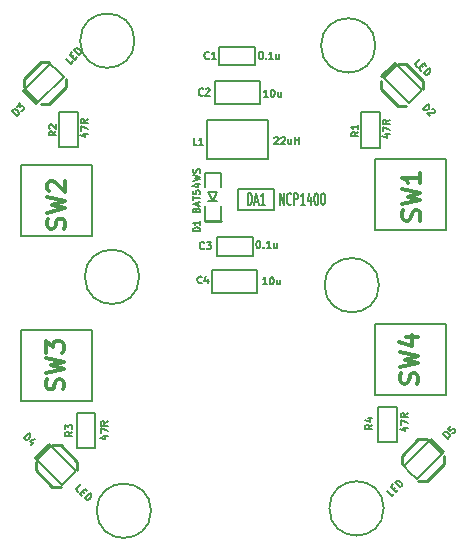
<source format=gto>
G04 (created by PCBNEW (2013-03-19 BZR 4004)-stable) date 29/05/2013 23:51:19*
%MOIN*%
G04 Gerber Fmt 3.4, Leading zero omitted, Abs format*
%FSLAX34Y34*%
G01*
G70*
G90*
G04 APERTURE LIST*
%ADD10C,0.006*%
%ADD11C,0.00590551*%
%ADD12C,0.005*%
%ADD13C,0.01*%
%ADD14C,0.0059*%
%ADD15C,0.012*%
G04 APERTURE END LIST*
G54D10*
G54D11*
X60314Y-48582D02*
X61811Y-48582D01*
X61811Y-48582D02*
X61811Y-49370D01*
X61811Y-49370D02*
X60314Y-49370D01*
X60314Y-49370D02*
X60314Y-48582D01*
G54D12*
X62375Y-45893D02*
X62375Y-46593D01*
X62375Y-46593D02*
X61175Y-46593D01*
X61175Y-46593D02*
X61175Y-45893D01*
X61175Y-45893D02*
X62375Y-45893D01*
G54D11*
X56102Y-53346D02*
X56417Y-53346D01*
X56417Y-53346D02*
X56417Y-54527D01*
X56417Y-54527D02*
X55787Y-54527D01*
X55787Y-54527D02*
X55787Y-53346D01*
X55787Y-53346D02*
X56102Y-53346D01*
X66141Y-53149D02*
X66456Y-53149D01*
X66456Y-53149D02*
X66456Y-54330D01*
X66456Y-54330D02*
X65826Y-54330D01*
X65826Y-54330D02*
X65826Y-53149D01*
X65826Y-53149D02*
X66141Y-53149D01*
X55511Y-44488D02*
X55196Y-44488D01*
X55196Y-44488D02*
X55196Y-43307D01*
X55196Y-43307D02*
X55826Y-43307D01*
X55826Y-43307D02*
X55826Y-44488D01*
X55826Y-44488D02*
X55511Y-44488D01*
X65581Y-44513D02*
X65266Y-44513D01*
X65266Y-44513D02*
X65266Y-43332D01*
X65266Y-43332D02*
X65896Y-43332D01*
X65896Y-43332D02*
X65896Y-44513D01*
X65896Y-44513D02*
X65581Y-44513D01*
X66020Y-42201D02*
X65978Y-42160D01*
X65978Y-42160D02*
X66424Y-41714D01*
X66424Y-41714D02*
X66466Y-41756D01*
X66466Y-41756D02*
X66396Y-41686D01*
X66396Y-41686D02*
X65951Y-42132D01*
X65951Y-42132D02*
X65978Y-42160D01*
X67078Y-42814D02*
X66855Y-43037D01*
X66855Y-43037D02*
X66020Y-42201D01*
X66020Y-42201D02*
X66466Y-41756D01*
X66466Y-41756D02*
X67301Y-42591D01*
X67301Y-42591D02*
X67050Y-42842D01*
X67524Y-54284D02*
X67566Y-54242D01*
X67566Y-54242D02*
X68011Y-54688D01*
X68011Y-54688D02*
X67969Y-54729D01*
X67969Y-54729D02*
X68039Y-54660D01*
X68039Y-54660D02*
X67593Y-54214D01*
X67593Y-54214D02*
X67566Y-54242D01*
X66911Y-55342D02*
X66689Y-55119D01*
X66689Y-55119D02*
X67524Y-54284D01*
X67524Y-54284D02*
X67969Y-54729D01*
X67969Y-54729D02*
X67134Y-55565D01*
X67134Y-55565D02*
X66884Y-55314D01*
X54481Y-54913D02*
X54439Y-54872D01*
X54439Y-54872D02*
X54885Y-54426D01*
X54885Y-54426D02*
X54927Y-54468D01*
X54927Y-54468D02*
X54857Y-54398D01*
X54857Y-54398D02*
X54412Y-54844D01*
X54412Y-54844D02*
X54439Y-54872D01*
X55539Y-55526D02*
X55316Y-55748D01*
X55316Y-55748D02*
X54481Y-54913D01*
X54481Y-54913D02*
X54927Y-54468D01*
X54927Y-54468D02*
X55762Y-55303D01*
X55762Y-55303D02*
X55511Y-55554D01*
X54517Y-42994D02*
X54475Y-43036D01*
X54475Y-43036D02*
X54030Y-42590D01*
X54030Y-42590D02*
X54072Y-42549D01*
X54072Y-42549D02*
X54002Y-42618D01*
X54002Y-42618D02*
X54448Y-43064D01*
X54448Y-43064D02*
X54475Y-43036D01*
X55130Y-41936D02*
X55352Y-42159D01*
X55352Y-42159D02*
X54517Y-42994D01*
X54517Y-42994D02*
X54072Y-42549D01*
X54072Y-42549D02*
X54907Y-41714D01*
X54907Y-41714D02*
X55158Y-41964D01*
G54D13*
X67462Y-55617D02*
X68019Y-55060D01*
X68019Y-55060D02*
X68019Y-54781D01*
X67183Y-55617D02*
X67462Y-55617D01*
X67462Y-54224D02*
X67183Y-54224D01*
X67183Y-54224D02*
X66626Y-54781D01*
X66626Y-54781D02*
X66626Y-55060D01*
X55814Y-54978D02*
X55257Y-54421D01*
X55257Y-54421D02*
X54978Y-54421D01*
X55814Y-55257D02*
X55814Y-54978D01*
X54421Y-54978D02*
X54421Y-55257D01*
X54421Y-55257D02*
X54978Y-55814D01*
X54978Y-55814D02*
X55257Y-55814D01*
X54589Y-41649D02*
X54031Y-42207D01*
X54031Y-42207D02*
X54031Y-42485D01*
X54867Y-41649D02*
X54589Y-41649D01*
X54589Y-43042D02*
X54867Y-43042D01*
X54867Y-43042D02*
X55424Y-42485D01*
X55424Y-42485D02*
X55424Y-42207D01*
X67321Y-42287D02*
X66764Y-41730D01*
X66764Y-41730D02*
X66485Y-41730D01*
X67321Y-42566D02*
X67321Y-42287D01*
X65928Y-42287D02*
X65928Y-42566D01*
X65928Y-42566D02*
X66485Y-43123D01*
X66485Y-43123D02*
X66764Y-43123D01*
G54D11*
X62165Y-44251D02*
X62165Y-44901D01*
X62165Y-44901D02*
X60118Y-44901D01*
X60118Y-44901D02*
X60118Y-43602D01*
X60118Y-43602D02*
X62165Y-43602D01*
X62165Y-43602D02*
X62165Y-44330D01*
G54D14*
X60484Y-46282D02*
X60184Y-46282D01*
X60334Y-45982D02*
X60184Y-45982D01*
X60184Y-45982D02*
X60334Y-46282D01*
X60334Y-46282D02*
X60484Y-45982D01*
X60484Y-45982D02*
X60334Y-45982D01*
G54D12*
X60058Y-46919D02*
X60058Y-46959D01*
G54D13*
X60058Y-46959D02*
X60610Y-46959D01*
G54D12*
X60610Y-46959D02*
X60610Y-46919D01*
X60058Y-46447D02*
X60058Y-46919D01*
X60610Y-46919D02*
X60610Y-46447D01*
X60058Y-45817D02*
X60058Y-45345D01*
X60058Y-45345D02*
X60610Y-45345D01*
X60610Y-45345D02*
X60610Y-45817D01*
G54D11*
X60551Y-41456D02*
X60551Y-41141D01*
X60551Y-41141D02*
X61732Y-41141D01*
X61732Y-41141D02*
X61732Y-41771D01*
X61732Y-41771D02*
X60551Y-41771D01*
X60551Y-41771D02*
X60551Y-41456D01*
X60472Y-47795D02*
X60472Y-47480D01*
X60472Y-47480D02*
X61653Y-47480D01*
X61653Y-47480D02*
X61653Y-48110D01*
X61653Y-48110D02*
X60472Y-48110D01*
X60472Y-48110D02*
X60472Y-47795D01*
G54D12*
X56299Y-47440D02*
X53937Y-47440D01*
X53937Y-47440D02*
X53937Y-45078D01*
X53937Y-45078D02*
X56299Y-45078D01*
X56299Y-45078D02*
X56299Y-47440D01*
X68110Y-52755D02*
X65748Y-52755D01*
X65748Y-52755D02*
X65748Y-50393D01*
X65748Y-50393D02*
X68110Y-50393D01*
X68110Y-50393D02*
X68110Y-52755D01*
X68110Y-47243D02*
X65748Y-47243D01*
X65748Y-47243D02*
X65748Y-44881D01*
X65748Y-44881D02*
X68110Y-44881D01*
X68110Y-44881D02*
X68110Y-47243D01*
X56299Y-52952D02*
X53937Y-52952D01*
X53937Y-52952D02*
X53937Y-50590D01*
X53937Y-50590D02*
X56299Y-50590D01*
X56299Y-50590D02*
X56299Y-52952D01*
G54D14*
X57717Y-40944D02*
G75*
G03X57717Y-40944I-906J0D01*
G74*
G01*
X65748Y-41102D02*
G75*
G03X65748Y-41102I-906J0D01*
G74*
G01*
X57874Y-48818D02*
G75*
G03X57874Y-48818I-906J0D01*
G74*
G01*
X65866Y-49094D02*
G75*
G03X65866Y-49094I-906J0D01*
G74*
G01*
X58268Y-56614D02*
G75*
G03X58268Y-56614I-906J0D01*
G74*
G01*
X66024Y-56535D02*
G75*
G03X66024Y-56535I-906J0D01*
G74*
G01*
G54D11*
X60393Y-42283D02*
X61889Y-42283D01*
X61889Y-42283D02*
X61889Y-43070D01*
X61889Y-43070D02*
X60393Y-43070D01*
X60393Y-43070D02*
X60393Y-42283D01*
X59960Y-49010D02*
X59949Y-49021D01*
X59915Y-49032D01*
X59893Y-49032D01*
X59859Y-49021D01*
X59836Y-48998D01*
X59825Y-48976D01*
X59814Y-48931D01*
X59814Y-48897D01*
X59825Y-48852D01*
X59836Y-48830D01*
X59859Y-48807D01*
X59893Y-48796D01*
X59915Y-48796D01*
X59949Y-48807D01*
X59960Y-48818D01*
X60163Y-48875D02*
X60163Y-49032D01*
X60106Y-48785D02*
X60050Y-48953D01*
X60196Y-48953D01*
X62131Y-49071D02*
X61996Y-49071D01*
X62064Y-49071D02*
X62064Y-48835D01*
X62041Y-48869D01*
X62019Y-48892D01*
X61996Y-48903D01*
X62277Y-48835D02*
X62300Y-48835D01*
X62322Y-48847D01*
X62334Y-48858D01*
X62345Y-48880D01*
X62356Y-48925D01*
X62356Y-48982D01*
X62345Y-49026D01*
X62334Y-49049D01*
X62322Y-49060D01*
X62300Y-49071D01*
X62277Y-49071D01*
X62255Y-49060D01*
X62244Y-49049D01*
X62232Y-49026D01*
X62221Y-48982D01*
X62221Y-48925D01*
X62232Y-48880D01*
X62244Y-48858D01*
X62255Y-48847D01*
X62277Y-48835D01*
X62559Y-48914D02*
X62559Y-49071D01*
X62457Y-48914D02*
X62457Y-49038D01*
X62469Y-49060D01*
X62491Y-49071D01*
X62525Y-49071D01*
X62547Y-49060D01*
X62559Y-49049D01*
G54D14*
X61496Y-46419D02*
X61496Y-46025D01*
X61552Y-46025D01*
X61586Y-46044D01*
X61608Y-46081D01*
X61619Y-46119D01*
X61631Y-46194D01*
X61631Y-46250D01*
X61619Y-46325D01*
X61608Y-46363D01*
X61586Y-46400D01*
X61552Y-46419D01*
X61496Y-46419D01*
X61721Y-46306D02*
X61833Y-46306D01*
X61698Y-46419D02*
X61777Y-46025D01*
X61855Y-46419D01*
X62058Y-46419D02*
X61923Y-46419D01*
X61990Y-46419D02*
X61990Y-46025D01*
X61968Y-46081D01*
X61945Y-46119D01*
X61923Y-46137D01*
X62554Y-46419D02*
X62554Y-46025D01*
X62688Y-46419D01*
X62688Y-46025D01*
X62936Y-46381D02*
X62924Y-46400D01*
X62891Y-46419D01*
X62868Y-46419D01*
X62835Y-46400D01*
X62812Y-46363D01*
X62801Y-46325D01*
X62790Y-46250D01*
X62790Y-46194D01*
X62801Y-46119D01*
X62812Y-46081D01*
X62835Y-46044D01*
X62868Y-46025D01*
X62891Y-46025D01*
X62924Y-46044D01*
X62936Y-46062D01*
X63037Y-46419D02*
X63037Y-46025D01*
X63127Y-46025D01*
X63149Y-46044D01*
X63160Y-46062D01*
X63172Y-46100D01*
X63172Y-46156D01*
X63160Y-46194D01*
X63149Y-46212D01*
X63127Y-46231D01*
X63037Y-46231D01*
X63396Y-46419D02*
X63262Y-46419D01*
X63329Y-46419D02*
X63329Y-46025D01*
X63307Y-46081D01*
X63284Y-46119D01*
X63262Y-46137D01*
X63599Y-46156D02*
X63599Y-46419D01*
X63543Y-46006D02*
X63486Y-46287D01*
X63632Y-46287D01*
X63767Y-46025D02*
X63790Y-46025D01*
X63812Y-46044D01*
X63824Y-46062D01*
X63835Y-46100D01*
X63846Y-46175D01*
X63846Y-46269D01*
X63835Y-46344D01*
X63824Y-46381D01*
X63812Y-46400D01*
X63790Y-46419D01*
X63767Y-46419D01*
X63745Y-46400D01*
X63734Y-46381D01*
X63722Y-46344D01*
X63711Y-46269D01*
X63711Y-46175D01*
X63722Y-46100D01*
X63734Y-46062D01*
X63745Y-46044D01*
X63767Y-46025D01*
X63992Y-46025D02*
X64015Y-46025D01*
X64037Y-46044D01*
X64048Y-46062D01*
X64060Y-46100D01*
X64071Y-46175D01*
X64071Y-46269D01*
X64060Y-46344D01*
X64048Y-46381D01*
X64037Y-46400D01*
X64015Y-46419D01*
X63992Y-46419D01*
X63970Y-46400D01*
X63958Y-46381D01*
X63947Y-46344D01*
X63936Y-46269D01*
X63936Y-46175D01*
X63947Y-46100D01*
X63958Y-46062D01*
X63970Y-46044D01*
X63992Y-46025D01*
G54D11*
X55646Y-53976D02*
X55534Y-54055D01*
X55646Y-54111D02*
X55410Y-54111D01*
X55410Y-54021D01*
X55421Y-53998D01*
X55433Y-53987D01*
X55455Y-53976D01*
X55489Y-53976D01*
X55511Y-53987D01*
X55523Y-53998D01*
X55534Y-54021D01*
X55534Y-54111D01*
X55410Y-53897D02*
X55410Y-53751D01*
X55500Y-53830D01*
X55500Y-53796D01*
X55511Y-53773D01*
X55523Y-53762D01*
X55545Y-53751D01*
X55601Y-53751D01*
X55624Y-53762D01*
X55635Y-53773D01*
X55646Y-53796D01*
X55646Y-53863D01*
X55635Y-53886D01*
X55624Y-53897D01*
X56670Y-54122D02*
X56827Y-54122D01*
X56580Y-54178D02*
X56749Y-54235D01*
X56749Y-54088D01*
X56591Y-54021D02*
X56591Y-53863D01*
X56827Y-53965D01*
X56827Y-53638D02*
X56715Y-53717D01*
X56827Y-53773D02*
X56591Y-53773D01*
X56591Y-53683D01*
X56602Y-53661D01*
X56614Y-53650D01*
X56636Y-53638D01*
X56670Y-53638D01*
X56692Y-53650D01*
X56704Y-53661D01*
X56715Y-53683D01*
X56715Y-53773D01*
X65646Y-53740D02*
X65534Y-53818D01*
X65646Y-53875D02*
X65410Y-53875D01*
X65410Y-53785D01*
X65421Y-53762D01*
X65433Y-53751D01*
X65455Y-53740D01*
X65489Y-53740D01*
X65511Y-53751D01*
X65523Y-53762D01*
X65534Y-53785D01*
X65534Y-53875D01*
X65489Y-53537D02*
X65646Y-53537D01*
X65399Y-53593D02*
X65568Y-53650D01*
X65568Y-53503D01*
X66670Y-53847D02*
X66827Y-53847D01*
X66580Y-53903D02*
X66749Y-53959D01*
X66749Y-53813D01*
X66591Y-53745D02*
X66591Y-53588D01*
X66827Y-53689D01*
X66827Y-53363D02*
X66715Y-53442D01*
X66827Y-53498D02*
X66591Y-53498D01*
X66591Y-53408D01*
X66602Y-53385D01*
X66614Y-53374D01*
X66636Y-53363D01*
X66670Y-53363D01*
X66692Y-53374D01*
X66704Y-53385D01*
X66715Y-53408D01*
X66715Y-53498D01*
X55107Y-43962D02*
X54994Y-44040D01*
X55107Y-44096D02*
X54871Y-44096D01*
X54871Y-44007D01*
X54882Y-43984D01*
X54893Y-43973D01*
X54916Y-43962D01*
X54949Y-43962D01*
X54972Y-43973D01*
X54983Y-43984D01*
X54994Y-44007D01*
X54994Y-44096D01*
X54893Y-43872D02*
X54882Y-43860D01*
X54871Y-43838D01*
X54871Y-43782D01*
X54882Y-43759D01*
X54893Y-43748D01*
X54916Y-43737D01*
X54938Y-43737D01*
X54972Y-43748D01*
X55107Y-43883D01*
X55107Y-43737D01*
X56000Y-44044D02*
X56158Y-44044D01*
X55910Y-44100D02*
X56079Y-44156D01*
X56079Y-44010D01*
X55922Y-43943D02*
X55922Y-43785D01*
X56158Y-43886D01*
X56158Y-43560D02*
X56045Y-43639D01*
X56158Y-43695D02*
X55922Y-43695D01*
X55922Y-43605D01*
X55933Y-43583D01*
X55944Y-43571D01*
X55967Y-43560D01*
X56000Y-43560D01*
X56023Y-43571D01*
X56034Y-43583D01*
X56045Y-43605D01*
X56045Y-43695D01*
X65177Y-43987D02*
X65065Y-44066D01*
X65177Y-44122D02*
X64941Y-44122D01*
X64941Y-44032D01*
X64952Y-44010D01*
X64963Y-43998D01*
X64986Y-43987D01*
X65020Y-43987D01*
X65042Y-43998D01*
X65053Y-44010D01*
X65065Y-44032D01*
X65065Y-44122D01*
X65177Y-43762D02*
X65177Y-43897D01*
X65177Y-43830D02*
X64941Y-43830D01*
X64975Y-43852D01*
X64997Y-43875D01*
X65008Y-43897D01*
X66071Y-44069D02*
X66228Y-44069D01*
X65981Y-44126D02*
X66149Y-44182D01*
X66149Y-44036D01*
X65992Y-43968D02*
X65992Y-43811D01*
X66228Y-43912D01*
X66228Y-43586D02*
X66116Y-43664D01*
X66228Y-43721D02*
X65992Y-43721D01*
X65992Y-43631D01*
X66003Y-43608D01*
X66014Y-43597D01*
X66037Y-43586D01*
X66071Y-43586D01*
X66093Y-43597D01*
X66104Y-43608D01*
X66116Y-43631D01*
X66116Y-43721D01*
X67328Y-43212D02*
X67495Y-43045D01*
X67535Y-43084D01*
X67551Y-43116D01*
X67551Y-43148D01*
X67543Y-43172D01*
X67519Y-43212D01*
X67495Y-43235D01*
X67456Y-43259D01*
X67432Y-43267D01*
X67400Y-43267D01*
X67368Y-43251D01*
X67328Y-43212D01*
X67638Y-43219D02*
X67654Y-43219D01*
X67678Y-43227D01*
X67718Y-43267D01*
X67726Y-43291D01*
X67726Y-43307D01*
X67718Y-43331D01*
X67702Y-43347D01*
X67670Y-43363D01*
X67479Y-43363D01*
X67583Y-43466D01*
X67147Y-41810D02*
X67068Y-41731D01*
X67235Y-41564D01*
X67291Y-41778D02*
X67346Y-41834D01*
X67283Y-41945D02*
X67203Y-41866D01*
X67370Y-41699D01*
X67450Y-41778D01*
X67354Y-42017D02*
X67521Y-41850D01*
X67561Y-41890D01*
X67577Y-41921D01*
X67577Y-41953D01*
X67569Y-41977D01*
X67545Y-42017D01*
X67521Y-42041D01*
X67481Y-42065D01*
X67458Y-42073D01*
X67426Y-42073D01*
X67394Y-42057D01*
X67354Y-42017D01*
X68172Y-54206D02*
X68005Y-54039D01*
X68045Y-53999D01*
X68077Y-53983D01*
X68109Y-53983D01*
X68132Y-53991D01*
X68172Y-54015D01*
X68196Y-54039D01*
X68220Y-54079D01*
X68228Y-54103D01*
X68228Y-54135D01*
X68212Y-54166D01*
X68172Y-54206D01*
X68252Y-53793D02*
X68172Y-53872D01*
X68244Y-53960D01*
X68244Y-53944D01*
X68252Y-53920D01*
X68291Y-53880D01*
X68315Y-53872D01*
X68331Y-53872D01*
X68355Y-53880D01*
X68395Y-53920D01*
X68403Y-53944D01*
X68403Y-53960D01*
X68395Y-53983D01*
X68355Y-54023D01*
X68331Y-54031D01*
X68315Y-54031D01*
X66377Y-56041D02*
X66298Y-56120D01*
X66130Y-55953D01*
X66345Y-55897D02*
X66401Y-55842D01*
X66512Y-55905D02*
X66433Y-55985D01*
X66266Y-55818D01*
X66345Y-55738D01*
X66584Y-55834D02*
X66417Y-55667D01*
X66457Y-55627D01*
X66488Y-55611D01*
X66520Y-55611D01*
X66544Y-55619D01*
X66584Y-55643D01*
X66608Y-55667D01*
X66632Y-55707D01*
X66640Y-55730D01*
X66640Y-55762D01*
X66624Y-55794D01*
X66584Y-55834D01*
X54021Y-54196D02*
X54188Y-54029D01*
X54228Y-54069D01*
X54244Y-54100D01*
X54244Y-54132D01*
X54236Y-54156D01*
X54212Y-54196D01*
X54188Y-54220D01*
X54148Y-54244D01*
X54125Y-54251D01*
X54093Y-54251D01*
X54061Y-54236D01*
X54021Y-54196D01*
X54371Y-54323D02*
X54260Y-54434D01*
X54395Y-54220D02*
X54236Y-54299D01*
X54339Y-54403D01*
X55848Y-55983D02*
X55769Y-55904D01*
X55936Y-55737D01*
X55991Y-55952D02*
X56047Y-56007D01*
X55983Y-56119D02*
X55904Y-56039D01*
X56071Y-55872D01*
X56150Y-55952D01*
X56055Y-56190D02*
X56222Y-56023D01*
X56262Y-56063D01*
X56278Y-56095D01*
X56278Y-56127D01*
X56270Y-56150D01*
X56246Y-56190D01*
X56222Y-56214D01*
X56182Y-56238D01*
X56158Y-56246D01*
X56127Y-56246D01*
X56095Y-56230D01*
X56055Y-56190D01*
X53802Y-43458D02*
X53635Y-43291D01*
X53675Y-43251D01*
X53707Y-43235D01*
X53738Y-43235D01*
X53762Y-43243D01*
X53802Y-43267D01*
X53826Y-43291D01*
X53850Y-43331D01*
X53858Y-43355D01*
X53858Y-43387D01*
X53842Y-43418D01*
X53802Y-43458D01*
X53786Y-43140D02*
X53890Y-43037D01*
X53898Y-43156D01*
X53921Y-43132D01*
X53945Y-43124D01*
X53961Y-43124D01*
X53985Y-43132D01*
X54025Y-43172D01*
X54033Y-43196D01*
X54033Y-43212D01*
X54025Y-43235D01*
X53977Y-43283D01*
X53953Y-43291D01*
X53937Y-43291D01*
X55668Y-41631D02*
X55589Y-41711D01*
X55422Y-41544D01*
X55637Y-41488D02*
X55692Y-41432D01*
X55804Y-41496D02*
X55724Y-41576D01*
X55557Y-41408D01*
X55637Y-41329D01*
X55875Y-41424D02*
X55708Y-41257D01*
X55748Y-41218D01*
X55780Y-41202D01*
X55812Y-41202D01*
X55835Y-41210D01*
X55875Y-41233D01*
X55899Y-41257D01*
X55923Y-41297D01*
X55931Y-41321D01*
X55931Y-41353D01*
X55915Y-41385D01*
X55875Y-41424D01*
X59803Y-44426D02*
X59690Y-44426D01*
X59690Y-44190D01*
X60005Y-44426D02*
X59870Y-44426D01*
X59938Y-44426D02*
X59938Y-44190D01*
X59915Y-44223D01*
X59893Y-44246D01*
X59870Y-44257D01*
X62384Y-44173D02*
X62395Y-44161D01*
X62418Y-44150D01*
X62474Y-44150D01*
X62497Y-44161D01*
X62508Y-44173D01*
X62519Y-44195D01*
X62519Y-44218D01*
X62508Y-44251D01*
X62373Y-44386D01*
X62519Y-44386D01*
X62609Y-44173D02*
X62620Y-44161D01*
X62643Y-44150D01*
X62699Y-44150D01*
X62722Y-44161D01*
X62733Y-44173D01*
X62744Y-44195D01*
X62744Y-44218D01*
X62733Y-44251D01*
X62598Y-44386D01*
X62744Y-44386D01*
X62947Y-44229D02*
X62947Y-44386D01*
X62845Y-44229D02*
X62845Y-44353D01*
X62857Y-44375D01*
X62879Y-44386D01*
X62913Y-44386D01*
X62935Y-44375D01*
X62947Y-44364D01*
X63059Y-44386D02*
X63059Y-44150D01*
X63059Y-44263D02*
X63194Y-44263D01*
X63194Y-44386D02*
X63194Y-44150D01*
G54D14*
X59898Y-47300D02*
X59662Y-47300D01*
X59662Y-47243D01*
X59673Y-47210D01*
X59696Y-47187D01*
X59718Y-47176D01*
X59763Y-47165D01*
X59797Y-47165D01*
X59842Y-47176D01*
X59864Y-47187D01*
X59887Y-47210D01*
X59898Y-47243D01*
X59898Y-47300D01*
X59898Y-46940D02*
X59898Y-47075D01*
X59898Y-47007D02*
X59662Y-47007D01*
X59696Y-47030D01*
X59718Y-47052D01*
X59730Y-47075D01*
X59775Y-46591D02*
X59786Y-46557D01*
X59797Y-46546D01*
X59820Y-46534D01*
X59853Y-46534D01*
X59876Y-46546D01*
X59887Y-46557D01*
X59898Y-46579D01*
X59898Y-46669D01*
X59662Y-46669D01*
X59662Y-46591D01*
X59673Y-46568D01*
X59685Y-46557D01*
X59707Y-46546D01*
X59730Y-46546D01*
X59752Y-46557D01*
X59763Y-46568D01*
X59775Y-46591D01*
X59775Y-46669D01*
X59831Y-46444D02*
X59831Y-46332D01*
X59898Y-46467D02*
X59662Y-46388D01*
X59898Y-46310D01*
X59662Y-46265D02*
X59662Y-46130D01*
X59898Y-46197D02*
X59662Y-46197D01*
X59662Y-45939D02*
X59662Y-46051D01*
X59775Y-46062D01*
X59763Y-46051D01*
X59752Y-46029D01*
X59752Y-45972D01*
X59763Y-45950D01*
X59775Y-45939D01*
X59797Y-45928D01*
X59853Y-45928D01*
X59876Y-45939D01*
X59887Y-45950D01*
X59898Y-45972D01*
X59898Y-46029D01*
X59887Y-46051D01*
X59876Y-46062D01*
X59741Y-45725D02*
X59898Y-45725D01*
X59651Y-45781D02*
X59820Y-45838D01*
X59820Y-45692D01*
X59662Y-45624D02*
X59898Y-45568D01*
X59730Y-45523D01*
X59898Y-45478D01*
X59662Y-45422D01*
X59887Y-45343D02*
X59898Y-45309D01*
X59898Y-45253D01*
X59887Y-45231D01*
X59876Y-45220D01*
X59853Y-45208D01*
X59831Y-45208D01*
X59808Y-45220D01*
X59797Y-45231D01*
X59786Y-45253D01*
X59775Y-45298D01*
X59763Y-45321D01*
X59752Y-45332D01*
X59730Y-45343D01*
X59707Y-45343D01*
X59685Y-45332D01*
X59673Y-45321D01*
X59662Y-45298D01*
X59662Y-45242D01*
X59673Y-45208D01*
G54D11*
X60196Y-41529D02*
X60185Y-41541D01*
X60151Y-41552D01*
X60129Y-41552D01*
X60095Y-41541D01*
X60073Y-41518D01*
X60061Y-41496D01*
X60050Y-41451D01*
X60050Y-41417D01*
X60061Y-41372D01*
X60073Y-41349D01*
X60095Y-41327D01*
X60129Y-41316D01*
X60151Y-41316D01*
X60185Y-41327D01*
X60196Y-41338D01*
X60421Y-41552D02*
X60286Y-41552D01*
X60354Y-41552D02*
X60354Y-41316D01*
X60331Y-41349D01*
X60309Y-41372D01*
X60286Y-41383D01*
X61917Y-41316D02*
X61940Y-41316D01*
X61962Y-41327D01*
X61974Y-41338D01*
X61985Y-41361D01*
X61996Y-41406D01*
X61996Y-41462D01*
X61985Y-41507D01*
X61974Y-41529D01*
X61962Y-41541D01*
X61940Y-41552D01*
X61917Y-41552D01*
X61895Y-41541D01*
X61884Y-41529D01*
X61872Y-41507D01*
X61861Y-41462D01*
X61861Y-41406D01*
X61872Y-41361D01*
X61884Y-41338D01*
X61895Y-41327D01*
X61917Y-41316D01*
X62097Y-41529D02*
X62109Y-41541D01*
X62097Y-41552D01*
X62086Y-41541D01*
X62097Y-41529D01*
X62097Y-41552D01*
X62334Y-41552D02*
X62199Y-41552D01*
X62266Y-41552D02*
X62266Y-41316D01*
X62244Y-41349D01*
X62221Y-41372D01*
X62199Y-41383D01*
X62536Y-41394D02*
X62536Y-41552D01*
X62435Y-41394D02*
X62435Y-41518D01*
X62446Y-41541D01*
X62469Y-41552D01*
X62502Y-41552D01*
X62525Y-41541D01*
X62536Y-41529D01*
X60039Y-47868D02*
X60028Y-47879D01*
X59994Y-47890D01*
X59971Y-47890D01*
X59938Y-47879D01*
X59915Y-47857D01*
X59904Y-47834D01*
X59893Y-47789D01*
X59893Y-47755D01*
X59904Y-47710D01*
X59915Y-47688D01*
X59938Y-47665D01*
X59971Y-47654D01*
X59994Y-47654D01*
X60028Y-47665D01*
X60039Y-47677D01*
X60118Y-47654D02*
X60264Y-47654D01*
X60185Y-47744D01*
X60219Y-47744D01*
X60241Y-47755D01*
X60253Y-47767D01*
X60264Y-47789D01*
X60264Y-47845D01*
X60253Y-47868D01*
X60241Y-47879D01*
X60219Y-47890D01*
X60151Y-47890D01*
X60129Y-47879D01*
X60118Y-47868D01*
X61839Y-47615D02*
X61861Y-47615D01*
X61884Y-47626D01*
X61895Y-47637D01*
X61906Y-47660D01*
X61917Y-47705D01*
X61917Y-47761D01*
X61906Y-47806D01*
X61895Y-47829D01*
X61884Y-47840D01*
X61861Y-47851D01*
X61839Y-47851D01*
X61816Y-47840D01*
X61805Y-47829D01*
X61794Y-47806D01*
X61782Y-47761D01*
X61782Y-47705D01*
X61794Y-47660D01*
X61805Y-47637D01*
X61816Y-47626D01*
X61839Y-47615D01*
X62019Y-47829D02*
X62030Y-47840D01*
X62019Y-47851D01*
X62007Y-47840D01*
X62019Y-47829D01*
X62019Y-47851D01*
X62255Y-47851D02*
X62120Y-47851D01*
X62187Y-47851D02*
X62187Y-47615D01*
X62165Y-47649D01*
X62142Y-47671D01*
X62120Y-47682D01*
X62457Y-47694D02*
X62457Y-47851D01*
X62356Y-47694D02*
X62356Y-47817D01*
X62367Y-47840D01*
X62390Y-47851D01*
X62424Y-47851D01*
X62446Y-47840D01*
X62457Y-47829D01*
G54D15*
X55371Y-47217D02*
X55400Y-47131D01*
X55400Y-46988D01*
X55371Y-46931D01*
X55343Y-46903D01*
X55286Y-46874D01*
X55228Y-46874D01*
X55171Y-46903D01*
X55143Y-46931D01*
X55114Y-46988D01*
X55086Y-47103D01*
X55057Y-47160D01*
X55028Y-47188D01*
X54971Y-47217D01*
X54914Y-47217D01*
X54857Y-47188D01*
X54828Y-47160D01*
X54800Y-47103D01*
X54800Y-46960D01*
X54828Y-46874D01*
X54800Y-46674D02*
X55400Y-46531D01*
X54971Y-46417D01*
X55400Y-46303D01*
X54800Y-46160D01*
X54857Y-45960D02*
X54828Y-45931D01*
X54800Y-45874D01*
X54800Y-45731D01*
X54828Y-45674D01*
X54857Y-45645D01*
X54914Y-45617D01*
X54971Y-45617D01*
X55057Y-45645D01*
X55400Y-45988D01*
X55400Y-45617D01*
X67143Y-52374D02*
X67171Y-52289D01*
X67171Y-52146D01*
X67143Y-52089D01*
X67114Y-52060D01*
X67057Y-52031D01*
X67000Y-52031D01*
X66943Y-52060D01*
X66914Y-52089D01*
X66886Y-52146D01*
X66857Y-52260D01*
X66829Y-52317D01*
X66800Y-52346D01*
X66743Y-52374D01*
X66686Y-52374D01*
X66629Y-52346D01*
X66600Y-52317D01*
X66571Y-52260D01*
X66571Y-52117D01*
X66600Y-52031D01*
X66571Y-51831D02*
X67171Y-51689D01*
X66743Y-51574D01*
X67171Y-51460D01*
X66571Y-51317D01*
X66771Y-50831D02*
X67171Y-50831D01*
X66543Y-50974D02*
X66971Y-51117D01*
X66971Y-50746D01*
X67222Y-46941D02*
X67250Y-46856D01*
X67250Y-46713D01*
X67222Y-46656D01*
X67193Y-46627D01*
X67136Y-46598D01*
X67079Y-46598D01*
X67022Y-46627D01*
X66993Y-46656D01*
X66965Y-46713D01*
X66936Y-46827D01*
X66907Y-46884D01*
X66879Y-46913D01*
X66822Y-46941D01*
X66765Y-46941D01*
X66707Y-46913D01*
X66679Y-46884D01*
X66650Y-46827D01*
X66650Y-46684D01*
X66679Y-46598D01*
X66650Y-46398D02*
X67250Y-46256D01*
X66822Y-46141D01*
X67250Y-46027D01*
X66650Y-45884D01*
X67250Y-45341D02*
X67250Y-45684D01*
X67250Y-45513D02*
X66650Y-45513D01*
X66736Y-45570D01*
X66793Y-45627D01*
X66822Y-45684D01*
X55332Y-52571D02*
X55360Y-52485D01*
X55360Y-52343D01*
X55332Y-52285D01*
X55303Y-52257D01*
X55246Y-52228D01*
X55189Y-52228D01*
X55132Y-52257D01*
X55103Y-52285D01*
X55075Y-52343D01*
X55046Y-52457D01*
X55018Y-52514D01*
X54989Y-52543D01*
X54932Y-52571D01*
X54875Y-52571D01*
X54818Y-52543D01*
X54789Y-52514D01*
X54760Y-52457D01*
X54760Y-52314D01*
X54789Y-52228D01*
X54760Y-52028D02*
X55360Y-51885D01*
X54932Y-51771D01*
X55360Y-51657D01*
X54760Y-51514D01*
X54760Y-51343D02*
X54760Y-50971D01*
X54989Y-51171D01*
X54989Y-51085D01*
X55018Y-51028D01*
X55046Y-51000D01*
X55103Y-50971D01*
X55246Y-50971D01*
X55303Y-51000D01*
X55332Y-51028D01*
X55360Y-51085D01*
X55360Y-51257D01*
X55332Y-51314D01*
X55303Y-51343D01*
G54D11*
X60000Y-42750D02*
X59988Y-42761D01*
X59955Y-42772D01*
X59932Y-42772D01*
X59898Y-42761D01*
X59876Y-42739D01*
X59865Y-42716D01*
X59853Y-42671D01*
X59853Y-42637D01*
X59865Y-42592D01*
X59876Y-42570D01*
X59898Y-42547D01*
X59932Y-42536D01*
X59955Y-42536D01*
X59988Y-42547D01*
X60000Y-42559D01*
X60089Y-42559D02*
X60101Y-42547D01*
X60123Y-42536D01*
X60179Y-42536D01*
X60202Y-42547D01*
X60213Y-42559D01*
X60224Y-42581D01*
X60224Y-42604D01*
X60213Y-42637D01*
X60078Y-42772D01*
X60224Y-42772D01*
X62170Y-42812D02*
X62035Y-42812D01*
X62103Y-42812D02*
X62103Y-42575D01*
X62080Y-42609D01*
X62058Y-42632D01*
X62035Y-42643D01*
X62317Y-42575D02*
X62339Y-42575D01*
X62362Y-42587D01*
X62373Y-42598D01*
X62384Y-42620D01*
X62395Y-42665D01*
X62395Y-42722D01*
X62384Y-42767D01*
X62373Y-42789D01*
X62362Y-42800D01*
X62339Y-42812D01*
X62317Y-42812D01*
X62294Y-42800D01*
X62283Y-42789D01*
X62272Y-42767D01*
X62260Y-42722D01*
X62260Y-42665D01*
X62272Y-42620D01*
X62283Y-42598D01*
X62294Y-42587D01*
X62317Y-42575D01*
X62598Y-42654D02*
X62598Y-42812D01*
X62497Y-42654D02*
X62497Y-42778D01*
X62508Y-42800D01*
X62530Y-42812D01*
X62564Y-42812D01*
X62587Y-42800D01*
X62598Y-42789D01*
M02*

</source>
